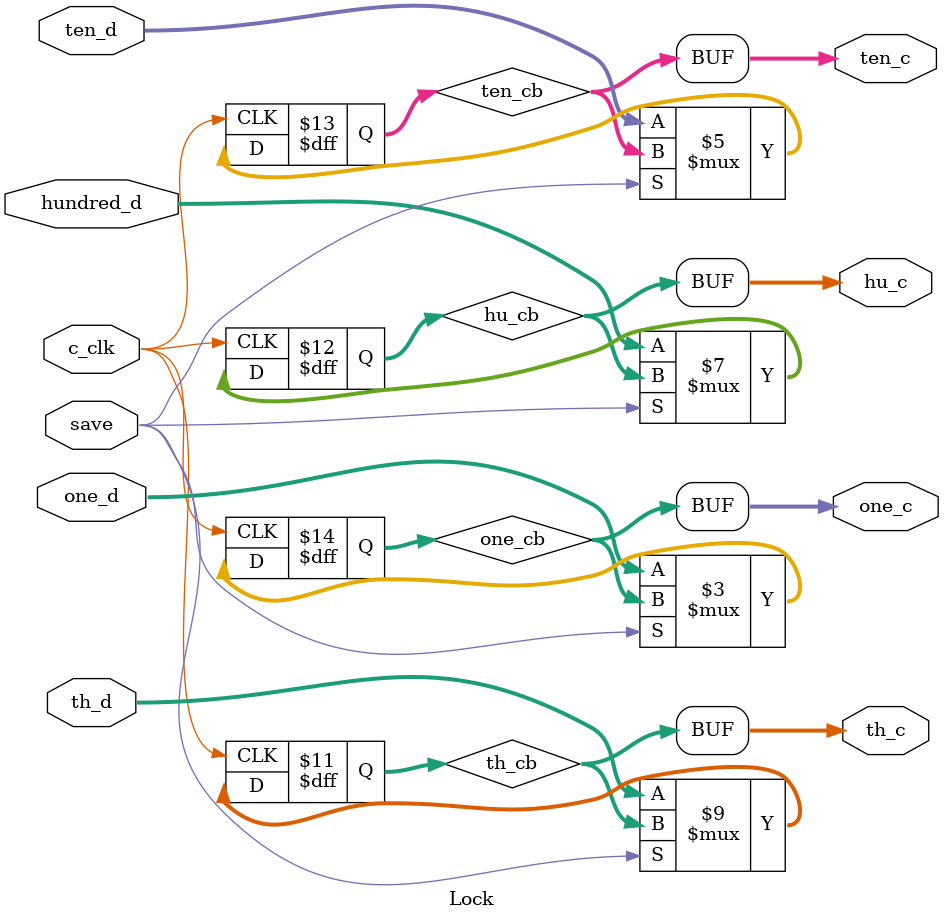
<source format=v>
module Lock(c_clk,save,th_d,hundred_d,ten_d,one_d,th_c,hu_c,ten_c,one_c);
  input c_clk,save;
  input [3:0]th_d;
  input [3:0]hundred_d;
  input [3:0]ten_d;
  input [3:0]one_d;
  output [3:0]th_c;
  output [3:0]hu_c;
  output [3:0]ten_c;
  output [3:0]one_c;
  
  reg [3:0]th_cb;
  reg [3:0]hu_cb;
  reg [3:0]ten_cb;
  reg [3:0]one_cb;
  
  assign th_c=th_cb;
  assign hu_c=hu_cb;
  assign ten_c=ten_cb;
  assign one_c=one_cb;
  
  always @(posedge c_clk)
  begin
    if(~save)
      begin
        th_cb<=th_d;
        hu_cb<=hundred_d;
        ten_cb<=ten_d;
        one_cb<=one_d;
      end
  end
  
endmodule
</source>
